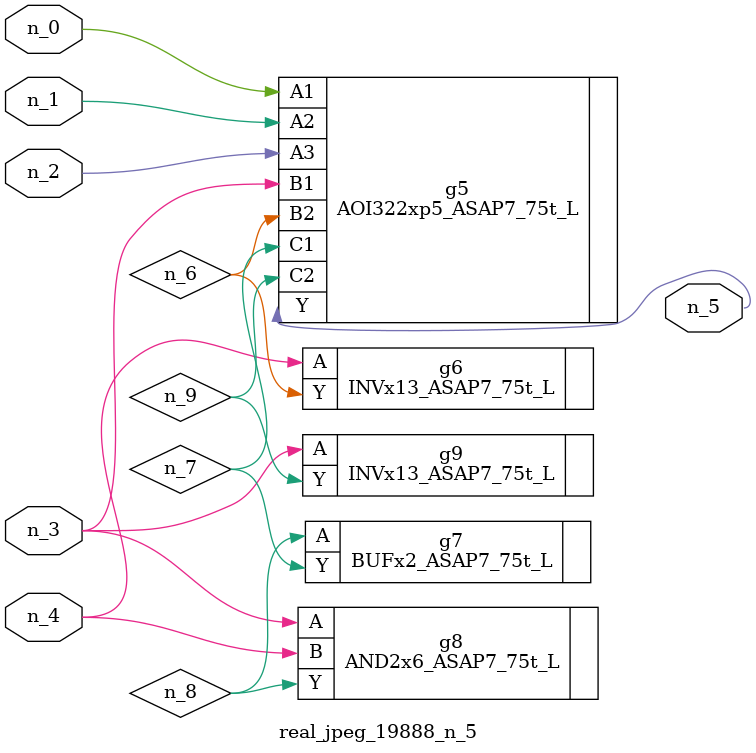
<source format=v>
module real_jpeg_19888_n_5 (n_4, n_0, n_1, n_2, n_3, n_5);

input n_4;
input n_0;
input n_1;
input n_2;
input n_3;

output n_5;

wire n_8;
wire n_6;
wire n_7;
wire n_9;

AOI322xp5_ASAP7_75t_L g5 ( 
.A1(n_0),
.A2(n_1),
.A3(n_2),
.B1(n_3),
.B2(n_6),
.C1(n_7),
.C2(n_9),
.Y(n_5)
);

AND2x6_ASAP7_75t_L g8 ( 
.A(n_3),
.B(n_4),
.Y(n_8)
);

INVx13_ASAP7_75t_L g9 ( 
.A(n_3),
.Y(n_9)
);

INVx13_ASAP7_75t_L g6 ( 
.A(n_4),
.Y(n_6)
);

BUFx2_ASAP7_75t_L g7 ( 
.A(n_8),
.Y(n_7)
);


endmodule
</source>
